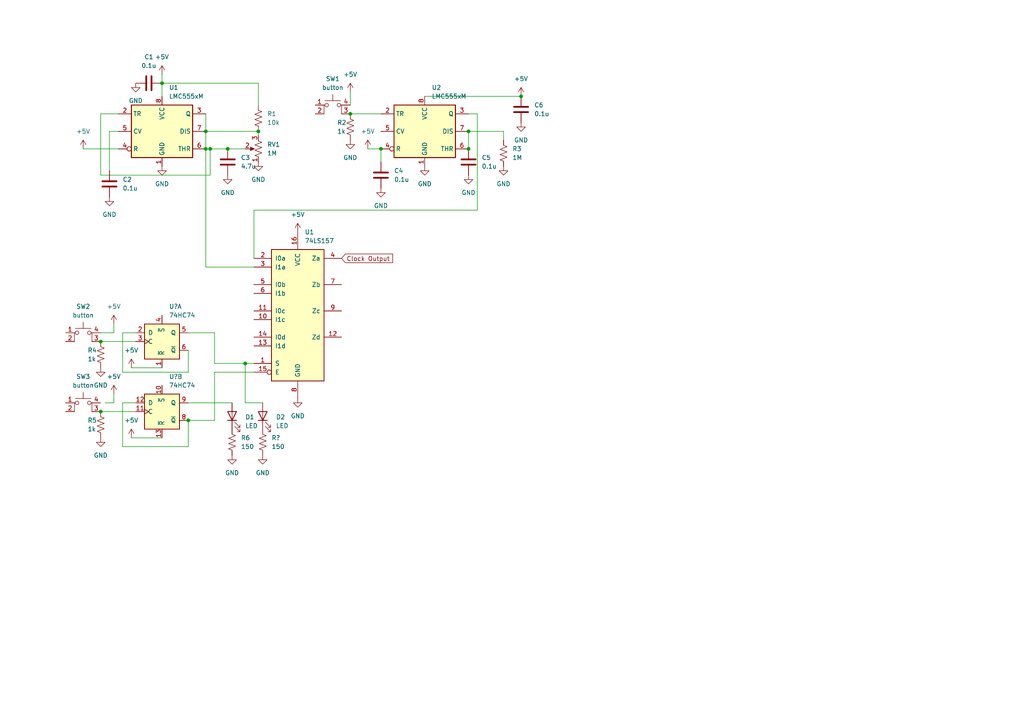
<source format=kicad_sch>
(kicad_sch (version 20211123) (generator eeschema)
  (paper "A4")
  (lib_symbols
    (symbol "74xx:74HC74" (pin_names (offset 1.016))
      (property "Reference" "U" (at -7.62 8.89 0))
      (property "Value" "74HC74" (at -7.62 -8.89 0))
      (symbol "74HC74_1_0"
        (pin input line (at 0 -7.62 90) (length 2.54) (name "~{R}") (number "1"))
        (pin input line (at -7.62 2.54 0) (length 2.54) (name "D") (number "2"))
        (pin input clock (at -7.62 0 0) (length 2.54) (name "C") (number "3"))
        (pin input line (at 0 7.62 270) (length 2.54) (name "~{S}") (number "4"))
        (pin output line (at 7.62 2.54 180) (length 2.54) (name "Q") (number "5"))
        (pin output line (at 7.62 -2.54 180) (length 2.54) (name "~{Q}") (number "6"))
      )
      (symbol "74HC74_1_1"
        (rectangle (start -5.08 5.08) (end 5.08 -5.08) (stroke (width 0.254)) (fill (type background)))
      )
      (symbol "74HC74_2_0"
        (pin input line (at 0 7.62 270) (length 2.54) (name "~{S}") (number "10"))
        (pin input clock (at -7.62 0 0) (length 2.54) (name "C") (number "11"))
        (pin input line (at -7.62 2.54 0) (length 2.54) (name "D") (number "12"))
        (pin input line (at 0 -7.62 90) (length 2.54) (name "~{R}") (number "13"))
        (pin output line (at 7.62 -2.54 180) (length 2.54) (name "~{Q}") (number "8"))
        (pin output line (at 7.62 2.54 180) (length 2.54) (name "Q") (number "9"))
      )
      (symbol "74HC74_2_1"
        (rectangle (start -5.08 5.08) (end 5.08 -5.08) (stroke (width 0.254)) (fill (type background)))
      )
      (symbol "74HC74_3_0"
        (pin power_in line (at 0 10.16 270) (length 2.54) (name "VCC") (number "14"))
        (pin power_in line (at 0 -10.16 90) (length 2.54) (name "GND") (number "7"))
      )
      (symbol "74HC74_3_1"
        (rectangle (start -5.08 7.62) (end 5.08 -7.62) (stroke (width 0.254)) (fill (type background)))
      )
    )
    (symbol "74xx:74LS157" (pin_names (offset 1.016))
      (property "Reference" "U" (at -7.62 19.05 0))
      (property "Value" "74LS157" (at -7.62 -21.59 0))
      (symbol "74LS157_1_0"
        (pin input line (at -12.7 -15.24 0) (length 5.08) (name "S") (number "1"))
        (pin input line (at -12.7 -2.54 0) (length 5.08) (name "I1c") (number "10"))
        (pin input line (at -12.7 0 0) (length 5.08) (name "I0c") (number "11"))
        (pin output line (at 12.7 -7.62 180) (length 5.08) (name "Zd") (number "12"))
        (pin input line (at -12.7 -10.16 0) (length 5.08) (name "I1d") (number "13"))
        (pin input line (at -12.7 -7.62 0) (length 5.08) (name "I0d") (number "14"))
        (pin input inverted (at -12.7 -17.78 0) (length 5.08) (name "E") (number "15"))
        (pin power_in line (at 0 22.86 270) (length 5.08) (name "VCC") (number "16"))
        (pin input line (at -12.7 15.24 0) (length 5.08) (name "I0a") (number "2"))
        (pin input line (at -12.7 12.7 0) (length 5.08) (name "I1a") (number "3"))
        (pin output line (at 12.7 15.24 180) (length 5.08) (name "Za") (number "4"))
        (pin input line (at -12.7 7.62 0) (length 5.08) (name "I0b") (number "5"))
        (pin input line (at -12.7 5.08 0) (length 5.08) (name "I1b") (number "6"))
        (pin output line (at 12.7 7.62 180) (length 5.08) (name "Zb") (number "7"))
        (pin power_in line (at 0 -25.4 90) (length 5.08) (name "GND") (number "8"))
        (pin output line (at 12.7 0 180) (length 5.08) (name "Zc") (number "9"))
      )
      (symbol "74LS157_1_1"
        (rectangle (start -7.62 17.78) (end 7.62 -20.32) (stroke (width 0.254)) (fill (type background)))
      )
    )
    (symbol "Device:C" (pin_numbers hide) (pin_names (offset 0.254))
      (property "Reference" "C" (at 0.635 2.54 0))
      (property "Value" "C" (at 0.635 -2.54 0))
      (symbol "C_0_1"
        (polyline (pts (xy -2.032 -0.762) (xy 2.032 -0.762)) (stroke (width 0.508)))
        (polyline (pts (xy -2.032 0.762) (xy 2.032 0.762)) (stroke (width 0.508)))
      )
      (symbol "C_1_1"
        (pin passive line (at 0 3.81 270) (length 2.794) (name "~") (number "1"))
        (pin passive line (at 0 -3.81 90) (length 2.794) (name "~") (number "2"))
      )
    )
    (symbol "Device:LED" (pin_numbers hide) (pin_names (offset 1.016) hide)
      (property "Reference" "D" (at 0 2.54 0))
      (property "Value" "LED" (at 0 -2.54 0))
      (symbol "LED_0_1"
        (polyline (pts (xy -1.27 -1.27) (xy -1.27 1.27)) (stroke (width 0.254)))
        (polyline (pts (xy -1.27 0) (xy 1.27 0)))
        (polyline (pts (xy 1.27 -1.27) (xy 1.27 1.27) (xy -1.27 0) (xy 1.27 -1.27)) (stroke (width 0.254)))
        (polyline (pts (xy -3.048 -0.762) (xy -4.572 -2.286) (xy -3.81 -2.286) (xy -4.572 -2.286) (xy -4.572 -1.524)))
        (polyline (pts (xy -1.778 -0.762) (xy -3.302 -2.286) (xy -2.54 -2.286) (xy -3.302 -2.286) (xy -3.302 -1.524)))
      )
      (symbol "LED_1_1"
        (pin passive line (at -3.81 0 0) (length 2.54) (name "K") (number "1"))
        (pin passive line (at 3.81 0 180) (length 2.54) (name "A") (number "2"))
      )
    )
    (symbol "Device:R_Potentiometer_US" (pin_names (offset 1.016) hide)
      (property "Reference" "RV" (at -4.445 0 90))
      (property "Value" "R_Potentiometer_US" (at -2.54 0 90))
      (symbol "R_Potentiometer_US_0_1"
        (polyline (pts (xy 0 -2.286) (xy 0 -2.54)))
        (polyline (pts (xy 0 2.54) (xy 0 2.286)))
        (polyline (pts (xy 2.54 0) (xy 1.524 0)))
        (polyline (pts (xy 1.143 0) (xy 2.286 0.508) (xy 2.286 -0.508) (xy 1.143 0)) (fill (type outline)))
        (polyline (pts (xy 0 -0.762) (xy 1.016 -1.143) (xy 0 -1.524) (xy -1.016 -1.905) (xy 0 -2.286)))
        (polyline (pts (xy 0 0.762) (xy 1.016 0.381) (xy 0 0) (xy -1.016 -0.381) (xy 0 -0.762)))
        (polyline (pts (xy 0 2.286) (xy 1.016 1.905) (xy 0 1.524) (xy -1.016 1.143) (xy 0 0.762)))
      )
      (symbol "R_Potentiometer_US_1_1"
        (pin passive line (at 0 3.81 270) (length 1.27) (name "1") (number "1"))
        (pin passive line (at 3.81 0 180) (length 1.27) (name "2") (number "2"))
        (pin passive line (at 0 -3.81 90) (length 1.27) (name "3") (number "3"))
      )
    )
    (symbol "Device:R_US" (pin_numbers hide) (pin_names (offset 0))
      (property "Reference" "R" (at 2.54 0 90))
      (property "Value" "R_US" (at -2.54 0 90))
      (symbol "R_US_0_1"
        (polyline (pts (xy 0 -2.286) (xy 0 -2.54)))
        (polyline (pts (xy 0 2.286) (xy 0 2.54)))
        (polyline (pts (xy 0 -0.762) (xy 1.016 -1.143) (xy 0 -1.524) (xy -1.016 -1.905) (xy 0 -2.286)))
        (polyline (pts (xy 0 0.762) (xy 1.016 0.381) (xy 0 0) (xy -1.016 -0.381) (xy 0 -0.762)))
        (polyline (pts (xy 0 2.286) (xy 1.016 1.905) (xy 0 1.524) (xy -1.016 1.143) (xy 0 0.762)))
      )
      (symbol "R_US_1_1"
        (pin passive line (at 0 3.81 270) (length 1.27) (name "~") (number "1"))
        (pin passive line (at 0 -3.81 90) (length 1.27) (name "~") (number "2"))
      )
    )
    (symbol "Switch:SW_MEC_5E" (pin_names (offset 1.016) hide)
      (property "Reference" "SW" (at 0.635 5.715 0))
      (property "Value" "SW_MEC_5E" (at 0 -3.175 0))
      (symbol "SW_MEC_5E_0_1"
        (circle (center -1.778 2.54) (radius 0.508))
        (polyline (pts (xy -2.286 3.81) (xy 2.286 3.81)))
        (polyline (pts (xy 0 3.81) (xy 0 5.588)))
        (polyline (pts (xy -2.54 0) (xy -2.54 2.54) (xy -2.286 2.54)))
        (polyline (pts (xy 2.54 0) (xy 2.54 2.54) (xy 2.286 2.54)))
        (circle (center 1.778 2.54) (radius 0.508))
        (pin passive line (at -5.08 2.54 0) (length 2.54) (name "1") (number "1"))
        (pin passive line (at -5.08 0 0) (length 2.54) (name "2") (number "2"))
        (pin passive line (at 5.08 0 180) (length 2.54) (name "K") (number "3"))
        (pin passive line (at 5.08 2.54 180) (length 2.54) (name "A") (number "4"))
      )
    )
    (symbol "Timer:LMC555xM"
      (property "Reference" "U" (at -10.16 8.89 0))
      (property "Value" "LMC555xM" (at 2.54 8.89 0))
      (symbol "LMC555xM_0_0"
        (pin power_in line (at 0 -10.16 90) (length 2.54) (name "GND") (number "1"))
        (pin power_in line (at 0 10.16 270) (length 2.54) (name "VCC") (number "8"))
      )
      (symbol "LMC555xM_0_1"
        (rectangle (start -8.89 -7.62) (end 8.89 7.62) (stroke (width 0.254)) (fill (type background)))
        (rectangle (start -8.89 -7.62) (end 8.89 7.62) (stroke (width 0.254)) (fill (type background)))
      )
      (symbol "LMC555xM_1_1"
        (pin input line (at -12.7 5.08 0) (length 3.81) (name "TR") (number "2"))
        (pin output line (at 12.7 5.08 180) (length 3.81) (name "Q") (number "3"))
        (pin input inverted (at -12.7 -5.08 0) (length 3.81) (name "R") (number "4"))
        (pin input line (at -12.7 0 0) (length 3.81) (name "CV") (number "5"))
        (pin input line (at 12.7 -5.08 180) (length 3.81) (name "THR") (number "6"))
        (pin input line (at 12.7 0 180) (length 3.81) (name "DIS") (number "7"))
      )
    )
    (symbol "power:+5V" (power) (pin_names (offset 0))
      (property "Value" "+5V" (at 0 3.556 0))
      (symbol "+5V_0_1"
        (polyline (pts (xy -0.762 1.27) (xy 0 2.54)))
        (polyline (pts (xy 0 0) (xy 0 2.54)))
        (polyline (pts (xy 0 2.54) (xy 0.762 1.27)))
      )
      (symbol "+5V_1_1"
        (pin power_in line (at 0 0 90) (length 0) hide (name "+5V") (number "1"))
      )
    )
    (symbol "power:GND" (power) (pin_names (offset 0))
      (property "Value" "GND" (at 0 -3.81 0))
      (symbol "GND_0_1"
        (polyline (pts (xy 0 0) (xy 0 -1.27) (xy 1.27 -1.27) (xy 0 -2.54) (xy -1.27 -1.27) (xy 0 -1.27)))
      )
      (symbol "GND_1_1"
        (pin power_in line (at 0 0 270) (length 0) hide (name "GND") (number "1"))
      )
    )
  )
  (junction (at 29.21 99.06))
  (junction (at 66.04 43.18))
  (junction (at 74.93 38.1))
  (junction (at 54.61 121.92))
  (junction (at 59.69 38.1))
  (junction (at 29.21 119.38))
  (junction (at 101.6 33.02))
  (junction (at 110.49 43.18))
  (junction (at 135.89 43.18))
  (junction (at 60.96 43.18))
  (junction (at 151.13 27.94))
  (junction (at 46.99 24.13))
  (junction (at 135.89 38.1))
  (junction (at 59.69 43.18))
  (junction (at 71.12 105.41))
  (wire (pts (xy 62.23 96.52) (xy 62.23 105.41)))
  (wire (pts (xy 66.04 43.18) (xy 71.12 43.18)))
  (wire (pts (xy 54.61 107.95) (xy 35.56 107.95)))
  (wire (pts (xy 135.89 38.1) (xy 146.05 38.1)))
  (wire (pts (xy 29.21 96.52) (xy 33.02 96.52)))
  (wire (pts (xy 62.23 105.41) (xy 71.12 105.41)))
  (wire (pts (xy 138.43 33.02) (xy 138.43 60.96)))
  (wire (pts (xy 101.6 33.02) (xy 110.49 33.02)))
  (wire (pts (xy 73.66 60.96) (xy 73.66 74.93)))
  (wire (pts (xy 38.1 127) (xy 46.99 127)))
  (wire (pts (xy 59.69 33.02) (xy 59.69 38.1)))
  (wire (pts (xy 59.69 77.47) (xy 73.66 77.47)))
  (wire (pts (xy 24.13 43.18) (xy 34.29 43.18)))
  (wire (pts (xy 62.23 121.92) (xy 62.23 107.95)))
  (wire (pts (xy 54.61 121.92) (xy 62.23 121.92)))
  (wire (pts (xy 35.56 116.84) (xy 35.56 129.54)))
  (wire (pts (xy 74.93 24.13) (xy 74.93 30.48)))
  (wire (pts (xy 71.12 105.41) (xy 71.12 116.84)))
  (wire (pts (xy 62.23 107.95) (xy 73.66 107.95)))
  (wire (pts (xy 60.96 43.18) (xy 66.04 43.18)))
  (wire (pts (xy 54.61 116.84) (xy 67.31 116.84)))
  (wire (pts (xy 29.21 119.38) (xy 39.37 119.38)))
  (wire (pts (xy 135.89 38.1) (xy 135.89 43.18)))
  (wire (pts (xy 46.99 24.13) (xy 46.99 27.94)))
  (wire (pts (xy 46.99 21.59) (xy 46.99 24.13)))
  (wire (pts (xy 35.56 96.52) (xy 39.37 96.52)))
  (wire (pts (xy 54.61 101.6) (xy 54.61 107.95)))
  (wire (pts (xy 59.69 38.1) (xy 59.69 43.18)))
  (wire (pts (xy 35.56 107.95) (xy 35.56 96.52)))
  (wire (pts (xy 135.89 33.02) (xy 138.43 33.02)))
  (wire (pts (xy 74.93 38.1) (xy 74.93 39.37)))
  (wire (pts (xy 101.6 26.67) (xy 101.6 30.48)))
  (wire (pts (xy 31.75 38.1) (xy 31.75 49.53)))
  (wire (pts (xy 54.61 96.52) (xy 62.23 96.52)))
  (wire (pts (xy 29.21 50.8) (xy 60.96 50.8)))
  (wire (pts (xy 54.61 129.54) (xy 54.61 121.92)))
  (wire (pts (xy 33.02 116.84) (xy 33.02 114.3)))
  (wire (pts (xy 59.69 38.1) (xy 74.93 38.1)))
  (wire (pts (xy 29.21 99.06) (xy 39.37 99.06)))
  (wire (pts (xy 39.37 116.84) (xy 35.56 116.84)))
  (wire (pts (xy 106.68 43.18) (xy 110.49 43.18)))
  (wire (pts (xy 46.99 24.13) (xy 74.93 24.13)))
  (wire (pts (xy 34.29 38.1) (xy 31.75 38.1)))
  (wire (pts (xy 33.02 96.52) (xy 33.02 93.98)))
  (wire (pts (xy 29.21 33.02) (xy 34.29 33.02)))
  (wire (pts (xy 138.43 60.96) (xy 73.66 60.96)))
  (wire (pts (xy 38.1 106.68) (xy 46.99 106.68)))
  (wire (pts (xy 29.21 50.8) (xy 29.21 33.02)))
  (wire (pts (xy 59.69 43.18) (xy 59.69 77.47)))
  (wire (pts (xy 146.05 38.1) (xy 146.05 40.64)))
  (wire (pts (xy 30.48 116.84) (xy 33.02 116.84)))
  (wire (pts (xy 110.49 43.18) (xy 110.49 46.99)))
  (wire (pts (xy 60.96 43.18) (xy 60.96 50.8)))
  (wire (pts (xy 71.12 116.84) (xy 76.2 116.84)))
  (wire (pts (xy 71.12 105.41) (xy 73.66 105.41)))
  (wire (pts (xy 35.56 129.54) (xy 54.61 129.54)))
  (wire (pts (xy 59.69 43.18) (xy 60.96 43.18)))
  (wire (pts (xy 123.19 27.94) (xy 151.13 27.94)))
  (global_label "Clock Output" (shape input) (at 99.06 74.93 0) (property "Intersheet References" "${INTERSHEET_REFS}" (effects hide)))
  (symbol (lib_id "power:GND") (at 151.13 35.56 0) (unit 1)
    (property "Reference" "#PWR?" (effects hide))
    (property "Value" "GND" (at 151.13 40.64 0))
  )
  (symbol (lib_id "Device:C") (at 110.49 50.8 0) (unit 1)
    (property "Reference" "C4" (at 114.3 49.5299 0) (effects (justify left)))
    (property "Value" "0.1u" (at 114.3 52.0699 0) (effects (justify left)))
  )
  (symbol (lib_id "power:GND") (at 67.31 132.08 0) (unit 1)
    (property "Reference" "#PWR?" (effects hide))
    (property "Value" "GND" (at 67.31 137.16 0))
  )
  (symbol (lib_id "power:GND") (at 66.04 50.8 0) (unit 1)
    (property "Reference" "#PWR?" (effects hide))
    (property "Value" "GND" (at 66.04 55.88 0))
  )
  (symbol (lib_id "Switch:SW_MEC_5E") (at 24.13 99.06 0) (unit 1)
    (property "Reference" "SW2" (at 24.13 88.9 0))
    (property "Value" "button" (at 24.13 91.44 0))
    (property "Datasheet" "http://www.apem.com/int/index.php?controller=attachment&id_attachment=1371" (effects hide))
  )
  (symbol (lib_id "power:GND") (at 101.6 40.64 0) (unit 1)
    (property "Reference" "#PWR?" (effects hide))
    (property "Value" "GND" (at 101.6 45.72 0))
  )
  (symbol (lib_id "power:GND") (at 146.05 48.26 0) (unit 1)
    (property "Reference" "#PWR?" (effects hide))
    (property "Value" "GND" (at 146.05 53.34 0))
  )
  (symbol (lib_id "Device:R_US") (at 29.21 123.19 0) (unit 1)
    (property "Reference" "R5" (at 25.4 121.92 0) (effects (justify left)))
    (property "Value" "1k" (at 25.4 124.46 0) (effects (justify left)))
  )
  (symbol (lib_id "Device:R_US") (at 29.21 102.87 0) (unit 1)
    (property "Reference" "R4" (at 25.4 101.6 0) (effects (justify left)))
    (property "Value" "1k" (at 25.4 104.14 0) (effects (justify left)))
  )
  (symbol (lib_id "power:GND") (at 46.99 48.26 0) (unit 1)
    (property "Reference" "#PWR?" (effects hide))
    (property "Value" "GND" (at 46.99 53.34 0))
  )
  (symbol (lib_id "Device:LED") (at 76.2 120.65 90) (unit 1)
    (property "Reference" "D2" (at 80.01 120.9674 90) (effects (justify right)))
    (property "Value" "LED" (at 80.01 123.5074 90) (effects (justify right)))
  )
  (symbol (lib_id "Device:C") (at 43.18 24.13 90) (unit 1)
    (property "Reference" "C1" (at 43.18 16.51 90))
    (property "Value" "0.1u" (at 43.18 19.05 90))
  )
  (symbol (lib_id "power:GND") (at 135.89 50.8 0) (unit 1)
    (property "Reference" "#PWR?" (effects hide))
    (property "Value" "GND" (at 135.89 55.88 0))
  )
  (symbol (lib_id "Device:C") (at 151.13 31.75 0) (unit 1)
    (property "Reference" "C6" (at 154.94 30.4799 0) (effects (justify left)))
    (property "Value" "0.1u" (at 154.94 33.0199 0) (effects (justify left)))
  )
  (symbol (lib_id "power:GND") (at 74.93 46.99 0) (unit 1)
    (property "Reference" "#PWR?" (effects hide))
    (property "Value" "GND" (at 74.93 52.07 0))
  )
  (symbol (lib_id "Device:R_Potentiometer_US") (at 74.93 43.18 180) (unit 1)
    (property "Reference" "RV1" (at 77.47 41.9099 0) (effects (justify right)))
    (property "Value" "1M" (at 77.47 44.45 0) (effects (justify right)))
  )
  (symbol (lib_id "power:GND") (at 76.2 132.08 0) (unit 1)
    (property "Reference" "#PWR?" (effects hide))
    (property "Value" "GND" (at 76.2 137.16 0))
  )
  (symbol (lib_id "power:+5V") (at 33.02 93.98 0) (unit 1)
    (property "Reference" "#PWR?" (effects hide))
    (property "Value" "+5V" (at 33.02 88.9 0))
  )
  (symbol (lib_id "power:+5V") (at 38.1 106.68 0) (unit 1)
    (property "Reference" "#PWR?" (effects hide))
    (property "Value" "+5V" (at 38.1 101.6 0))
  )
  (symbol (lib_id "power:GND") (at 29.21 106.68 0) (unit 1)
    (property "Reference" "#PWR?" (effects hide))
    (property "Value" "GND" (at 29.21 111.76 0))
  )
  (symbol (lib_id "power:+5V") (at 24.13 43.18 0) (unit 1)
    (property "Reference" "#PWR?" (effects hide))
    (property "Value" "+5V" (at 24.13 38.1 0))
  )
  (symbol (lib_id "Device:C") (at 31.75 53.34 0) (unit 1)
    (property "Reference" "C2" (at 35.56 52.0699 0) (effects (justify left)))
    (property "Value" "0.1u" (at 35.56 54.6099 0) (effects (justify left)))
  )
  (symbol (lib_id "Device:R_US") (at 76.2 128.27 0) (unit 1)
    (property "Reference" "R?" (at 78.74 126.9999 0) (effects (justify left)))
    (property "Value" "150" (at 78.74 129.5399 0) (effects (justify left)))
  )
  (symbol (lib_id "Device:C") (at 66.04 46.99 0) (unit 1)
    (property "Reference" "C3" (at 69.85 45.7199 0) (effects (justify left)))
    (property "Value" "4.7u" (at 69.85 48.2599 0) (effects (justify left)))
  )
  (symbol (lib_id "Switch:SW_MEC_5E") (at 96.52 33.02 0) (unit 1)
    (property "Reference" "SW1" (at 96.52 22.86 0))
    (property "Value" "button" (at 96.52 25.4 0))
    (property "Datasheet" "http://www.apem.com/int/index.php?controller=attachment&id_attachment=1371" (effects hide))
  )
  (symbol (lib_id "Switch:SW_MEC_5E") (at 24.13 119.38 0) (unit 1)
    (property "Reference" "SW3" (at 24.13 109.22 0))
    (property "Value" "button" (at 24.13 111.76 0))
    (property "Datasheet" "http://www.apem.com/int/index.php?controller=attachment&id_attachment=1371" (effects hide))
  )
  (symbol (lib_id "Timer:LMC555xM") (at 123.19 38.1 0) (unit 1)
    (property "Reference" "U2" (at 125.2094 25.4 0) (effects (justify left)))
    (property "Value" "LMC555xM" (at 125.2094 27.94 0) (effects (justify left)))
    (property "Footprint" "Package_SO:SOIC-8_3.9x4.9mm_P1.27mm" (effects hide))
    (property "Datasheet" "http://www.ti.com/lit/ds/symlink/lmc555.pdf" (effects hide))
  )
  (symbol (lib_id "74xx:74LS157") (at 86.36 90.17 0) (unit 1)
    (property "Reference" "U1" (at 88.3794 67.31 0) (effects (justify left)))
    (property "Value" "74LS157" (at 88.3794 69.85 0) (effects (justify left)))
    (property "Datasheet" "http://www.ti.com/lit/gpn/sn74LS157" (effects hide))
  )
  (symbol (lib_id "Device:C") (at 135.89 46.99 0) (unit 1)
    (property "Reference" "C5" (at 139.7 45.7199 0) (effects (justify left)))
    (property "Value" "0.1u" (at 139.7 48.2599 0) (effects (justify left)))
  )
  (symbol (lib_id "power:+5V") (at 86.36 67.31 0) (unit 1)
    (property "Reference" "#PWR?" (effects hide))
    (property "Value" "+5V" (at 86.36 62.23 0))
  )
  (symbol (lib_id "74xx:74HC74") (at 46.99 119.38 0) (unit 2)
    (property "Reference" "U?" (at 49.0094 109.22 0) (effects (justify left)))
    (property "Value" "74HC74" (at 49.0094 111.76 0) (effects (justify left)))
    (property "Datasheet" "74xx/74hc_hct74.pdf" (effects hide))
  )
  (symbol (lib_id "power:+5V") (at 33.02 114.3 0) (unit 1)
    (property "Reference" "#PWR?" (effects hide))
    (property "Value" "+5V" (at 33.02 109.22 0))
  )
  (symbol (lib_id "Device:R_US") (at 146.05 44.45 0) (unit 1)
    (property "Reference" "R3" (at 148.59 43.1799 0) (effects (justify left)))
    (property "Value" "1M" (at 148.59 45.7199 0) (effects (justify left)))
  )
  (symbol (lib_id "Device:R_US") (at 74.93 34.29 0) (unit 1)
    (property "Reference" "R1" (at 77.47 33.0199 0) (effects (justify left)))
    (property "Value" "10k" (at 77.47 35.5599 0) (effects (justify left)))
  )
  (symbol (lib_id "power:GND") (at 29.21 127 0) (unit 1)
    (property "Reference" "#PWR?" (effects hide))
    (property "Value" "GND" (at 29.21 132.08 0))
  )
  (symbol (lib_id "power:GND") (at 39.37 24.13 0) (unit 1)
    (property "Reference" "#PWR?" (effects hide))
    (property "Value" "GND" (at 39.37 29.21 0))
  )
  (symbol (lib_id "power:GND") (at 123.19 48.26 0) (unit 1)
    (property "Reference" "#PWR?" (effects hide))
    (property "Value" "GND" (at 123.19 53.34 0))
  )
  (symbol (lib_id "power:+5V") (at 38.1 127 0) (unit 1)
    (property "Reference" "#PWR?" (effects hide))
    (property "Value" "+5V" (at 38.1 121.92 0))
  )
  (symbol (lib_id "Timer:LMC555xM") (at 46.99 38.1 0) (unit 1)
    (property "Reference" "U1" (at 49.0094 25.4 0) (effects (justify left)))
    (property "Value" "LMC555xM" (at 49.0094 27.94 0) (effects (justify left)))
    (property "Footprint" "Package_SO:SOIC-8_3.9x4.9mm_P1.27mm" (effects hide))
    (property "Datasheet" "http://www.ti.com/lit/ds/symlink/lmc555.pdf" (effects hide))
  )
  (symbol (lib_id "Device:LED") (at 67.31 120.65 90) (unit 1)
    (property "Reference" "D1" (at 71.12 120.9674 90) (effects (justify right)))
    (property "Value" "LED" (at 71.12 123.5074 90) (effects (justify right)))
  )
  (symbol (lib_id "power:+5V") (at 151.13 27.94 0) (unit 1)
    (property "Reference" "#PWR?" (effects hide))
    (property "Value" "+5V" (at 151.13 22.86 0))
  )
  (symbol (lib_id "power:+5V") (at 106.68 43.18 0) (unit 1)
    (property "Reference" "#PWR?" (effects hide))
    (property "Value" "+5V" (at 106.68 38.1 0))
  )
  (symbol (lib_id "Device:R_US") (at 101.6 36.83 0) (unit 1)
    (property "Reference" "R2" (at 97.79 35.56 0) (effects (justify left)))
    (property "Value" "1k" (at 97.79 38.1 0) (effects (justify left)))
  )
  (symbol (lib_id "power:GND") (at 110.49 54.61 0) (unit 1)
    (property "Reference" "#PWR?" (effects hide))
    (property "Value" "GND" (at 110.49 59.69 0))
  )
  (symbol (lib_id "power:GND") (at 31.75 57.15 0) (unit 1)
    (property "Reference" "#PWR?" (effects hide))
    (property "Value" "GND" (at 31.75 62.23 0))
  )
  (symbol (lib_id "power:GND") (at 86.36 115.57 0) (unit 1)
    (property "Reference" "#PWR?" (effects hide))
    (property "Value" "GND" (at 86.36 120.65 0))
  )
  (symbol (lib_id "power:+5V") (at 46.99 21.59 0) (unit 1)
    (property "Reference" "#PWR?" (effects hide))
    (property "Value" "+5V" (at 46.99 16.51 0))
  )
  (symbol (lib_id "power:+5V") (at 101.6 26.67 0) (unit 1)
    (property "Reference" "#PWR?" (effects hide))
    (property "Value" "+5V" (at 101.6 21.59 0))
  )
  (symbol (lib_id "74xx:74HC74") (at 46.99 99.06 0) (unit 1)
    (property "Reference" "U?" (at 49.0094 88.9 0) (effects (justify left)))
    (property "Value" "74HC74" (at 49.0094 91.44 0) (effects (justify left)))
    (property "Datasheet" "74xx/74hc_hct74.pdf" (effects hide))
  )
  (symbol (lib_id "Device:R_US") (at 67.31 128.27 0) (unit 1)
    (property "Reference" "R6" (at 69.85 126.9999 0) (effects (justify left)))
    (property "Value" "150" (at 69.85 129.5399 0) (effects (justify left)))
  )
)
</source>
